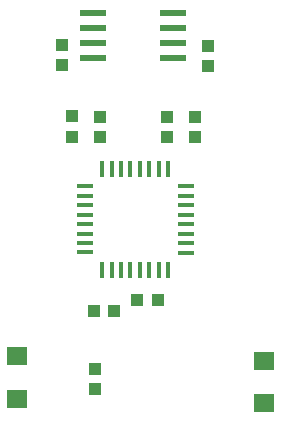
<source format=gbp>
G04 #@! TF.GenerationSoftware,KiCad,Pcbnew,9.0.0*
G04 #@! TF.CreationDate,2025-04-20T11:40:54+02:00*
G04 #@! TF.ProjectId,Blinkenstar,426c696e-6b65-46e7-9374-61722e6b6963,2.6*
G04 #@! TF.SameCoordinates,Original*
G04 #@! TF.FileFunction,Paste,Bot*
G04 #@! TF.FilePolarity,Positive*
%FSLAX46Y46*%
G04 Gerber Fmt 4.6, Leading zero omitted, Abs format (unit mm)*
G04 Created by KiCad (PCBNEW 9.0.0) date 2025-04-20 11:40:54*
%MOMM*%
%LPD*%
G01*
G04 APERTURE LIST*
%ADD10R,0.300000X1.422400*%
%ADD11R,1.422400X0.300000*%
%ADD12R,1.422400X0.350000*%
%ADD13R,1.050000X1.080000*%
%ADD14R,1.100000X1.000000*%
%ADD15R,1.080000X1.050000*%
%ADD16R,2.209800X0.609600*%
%ADD17R,1.800000X1.500000*%
%ADD18R,1.000000X1.100000*%
G04 APERTURE END LIST*
D10*
X112072400Y-84711200D03*
X112872400Y-84711200D03*
X113672400Y-84711200D03*
X114472400Y-84711200D03*
X115272400Y-84711200D03*
X116072400Y-84711200D03*
X116872400Y-84711200D03*
X117672400Y-84711200D03*
D11*
X119161200Y-86200000D03*
X119161200Y-87000000D03*
X119161200Y-87800000D03*
X119161200Y-88600000D03*
X119161200Y-89400000D03*
X119161200Y-90200000D03*
X119161200Y-91000000D03*
D12*
X119161200Y-91825000D03*
D10*
X117672400Y-93288800D03*
X116872400Y-93288800D03*
X116072400Y-93288800D03*
X115272400Y-93288800D03*
X114472400Y-93288800D03*
X113672400Y-93288800D03*
X112872400Y-93288800D03*
X112072400Y-93288800D03*
D11*
X110583600Y-91800000D03*
X110583600Y-91000000D03*
X110583600Y-90200000D03*
X110583600Y-89400000D03*
X110583600Y-88600000D03*
X110583600Y-87800000D03*
X110583600Y-87000000D03*
X110583600Y-86200000D03*
D13*
X116796814Y-95801699D03*
X115046814Y-95801699D03*
D14*
X108670118Y-75958318D03*
X108670118Y-74258318D03*
D15*
X109526015Y-82033599D03*
X109526015Y-80283599D03*
D14*
X119915114Y-82021302D03*
X119915114Y-80321302D03*
D15*
X111933055Y-80306459D03*
X111933055Y-82056459D03*
D16*
X111321800Y-75355000D03*
X111321800Y-74085000D03*
X111321800Y-72815000D03*
X111321800Y-71545000D03*
X118052800Y-71545000D03*
X118052800Y-72815000D03*
X118052800Y-74085000D03*
X118052800Y-75355000D03*
D14*
X121055155Y-76031980D03*
X121055155Y-74331980D03*
D17*
X125750000Y-100950000D03*
X125750000Y-104550000D03*
D14*
X117594055Y-80331459D03*
X117594055Y-82031459D03*
D17*
X104893000Y-100600000D03*
X104893000Y-104200000D03*
D14*
X111450000Y-101700000D03*
X111450000Y-103400000D03*
D18*
X113100000Y-96750000D03*
X111400000Y-96750000D03*
M02*

</source>
